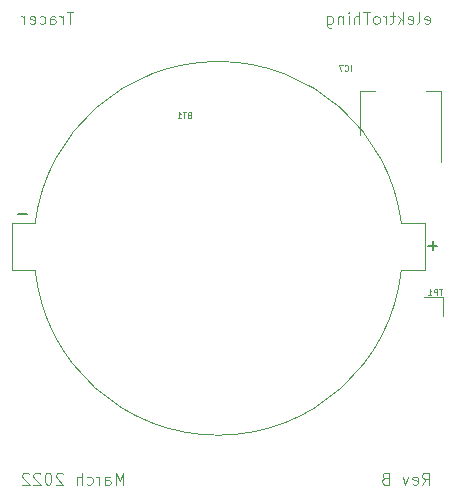
<source format=gbr>
%TF.GenerationSoftware,KiCad,Pcbnew,(6.0.0)*%
%TF.CreationDate,2022-03-24T17:20:39+00:00*%
%TF.ProjectId,Tracer,54726163-6572-42e6-9b69-6361645f7063,B*%
%TF.SameCoordinates,Original*%
%TF.FileFunction,Legend,Bot*%
%TF.FilePolarity,Positive*%
%FSLAX46Y46*%
G04 Gerber Fmt 4.6, Leading zero omitted, Abs format (unit mm)*
G04 Created by KiCad (PCBNEW (6.0.0)) date 2022-03-24 17:20:39*
%MOMM*%
%LPD*%
G01*
G04 APERTURE LIST*
%ADD10C,0.100000*%
%ADD11C,0.035000*%
%ADD12C,0.150000*%
%ADD13C,0.120000*%
G04 APERTURE END LIST*
D10*
X138826904Y-116452380D02*
X138826904Y-115452380D01*
X138493571Y-116166666D01*
X138160238Y-115452380D01*
X138160238Y-116452380D01*
X137255476Y-116452380D02*
X137255476Y-115928571D01*
X137303095Y-115833333D01*
X137398333Y-115785714D01*
X137588809Y-115785714D01*
X137684047Y-115833333D01*
X137255476Y-116404761D02*
X137350714Y-116452380D01*
X137588809Y-116452380D01*
X137684047Y-116404761D01*
X137731666Y-116309523D01*
X137731666Y-116214285D01*
X137684047Y-116119047D01*
X137588809Y-116071428D01*
X137350714Y-116071428D01*
X137255476Y-116023809D01*
X136779285Y-116452380D02*
X136779285Y-115785714D01*
X136779285Y-115976190D02*
X136731666Y-115880952D01*
X136684047Y-115833333D01*
X136588809Y-115785714D01*
X136493571Y-115785714D01*
X135731666Y-116404761D02*
X135826904Y-116452380D01*
X136017380Y-116452380D01*
X136112619Y-116404761D01*
X136160238Y-116357142D01*
X136207857Y-116261904D01*
X136207857Y-115976190D01*
X136160238Y-115880952D01*
X136112619Y-115833333D01*
X136017380Y-115785714D01*
X135826904Y-115785714D01*
X135731666Y-115833333D01*
X135303095Y-116452380D02*
X135303095Y-115452380D01*
X134874523Y-116452380D02*
X134874523Y-115928571D01*
X134922142Y-115833333D01*
X135017380Y-115785714D01*
X135160238Y-115785714D01*
X135255476Y-115833333D01*
X135303095Y-115880952D01*
X133684047Y-115547619D02*
X133636428Y-115500000D01*
X133541190Y-115452380D01*
X133303095Y-115452380D01*
X133207857Y-115500000D01*
X133160238Y-115547619D01*
X133112619Y-115642857D01*
X133112619Y-115738095D01*
X133160238Y-115880952D01*
X133731666Y-116452380D01*
X133112619Y-116452380D01*
X132493571Y-115452380D02*
X132398333Y-115452380D01*
X132303095Y-115500000D01*
X132255476Y-115547619D01*
X132207857Y-115642857D01*
X132160238Y-115833333D01*
X132160238Y-116071428D01*
X132207857Y-116261904D01*
X132255476Y-116357142D01*
X132303095Y-116404761D01*
X132398333Y-116452380D01*
X132493571Y-116452380D01*
X132588809Y-116404761D01*
X132636428Y-116357142D01*
X132684047Y-116261904D01*
X132731666Y-116071428D01*
X132731666Y-115833333D01*
X132684047Y-115642857D01*
X132636428Y-115547619D01*
X132588809Y-115500000D01*
X132493571Y-115452380D01*
X131779285Y-115547619D02*
X131731666Y-115500000D01*
X131636428Y-115452380D01*
X131398333Y-115452380D01*
X131303095Y-115500000D01*
X131255476Y-115547619D01*
X131207857Y-115642857D01*
X131207857Y-115738095D01*
X131255476Y-115880952D01*
X131826904Y-116452380D01*
X131207857Y-116452380D01*
X130826904Y-115547619D02*
X130779285Y-115500000D01*
X130684047Y-115452380D01*
X130445952Y-115452380D01*
X130350714Y-115500000D01*
X130303095Y-115547619D01*
X130255476Y-115642857D01*
X130255476Y-115738095D01*
X130303095Y-115880952D01*
X130874523Y-116452380D01*
X130255476Y-116452380D01*
X164125476Y-116452380D02*
X164458809Y-115976190D01*
X164696904Y-116452380D02*
X164696904Y-115452380D01*
X164315952Y-115452380D01*
X164220714Y-115500000D01*
X164173095Y-115547619D01*
X164125476Y-115642857D01*
X164125476Y-115785714D01*
X164173095Y-115880952D01*
X164220714Y-115928571D01*
X164315952Y-115976190D01*
X164696904Y-115976190D01*
X163315952Y-116404761D02*
X163411190Y-116452380D01*
X163601666Y-116452380D01*
X163696904Y-116404761D01*
X163744523Y-116309523D01*
X163744523Y-115928571D01*
X163696904Y-115833333D01*
X163601666Y-115785714D01*
X163411190Y-115785714D01*
X163315952Y-115833333D01*
X163268333Y-115928571D01*
X163268333Y-116023809D01*
X163744523Y-116119047D01*
X162935000Y-115785714D02*
X162696904Y-116452380D01*
X162458809Y-115785714D01*
X160982619Y-115928571D02*
X160839761Y-115976190D01*
X160792142Y-116023809D01*
X160744523Y-116119047D01*
X160744523Y-116261904D01*
X160792142Y-116357142D01*
X160839761Y-116404761D01*
X160935000Y-116452380D01*
X161315952Y-116452380D01*
X161315952Y-115452380D01*
X160982619Y-115452380D01*
X160887380Y-115500000D01*
X160839761Y-115547619D01*
X160792142Y-115642857D01*
X160792142Y-115738095D01*
X160839761Y-115833333D01*
X160887380Y-115880952D01*
X160982619Y-115928571D01*
X161315952Y-115928571D01*
X134588809Y-76452380D02*
X134017380Y-76452380D01*
X134303095Y-77452380D02*
X134303095Y-76452380D01*
X133684047Y-77452380D02*
X133684047Y-76785714D01*
X133684047Y-76976190D02*
X133636428Y-76880952D01*
X133588809Y-76833333D01*
X133493571Y-76785714D01*
X133398333Y-76785714D01*
X132636428Y-77452380D02*
X132636428Y-76928571D01*
X132684047Y-76833333D01*
X132779285Y-76785714D01*
X132969761Y-76785714D01*
X133065000Y-76833333D01*
X132636428Y-77404761D02*
X132731666Y-77452380D01*
X132969761Y-77452380D01*
X133065000Y-77404761D01*
X133112619Y-77309523D01*
X133112619Y-77214285D01*
X133065000Y-77119047D01*
X132969761Y-77071428D01*
X132731666Y-77071428D01*
X132636428Y-77023809D01*
X131731666Y-77404761D02*
X131826904Y-77452380D01*
X132017380Y-77452380D01*
X132112619Y-77404761D01*
X132160238Y-77357142D01*
X132207857Y-77261904D01*
X132207857Y-76976190D01*
X132160238Y-76880952D01*
X132112619Y-76833333D01*
X132017380Y-76785714D01*
X131826904Y-76785714D01*
X131731666Y-76833333D01*
X130922142Y-77404761D02*
X131017380Y-77452380D01*
X131207857Y-77452380D01*
X131303095Y-77404761D01*
X131350714Y-77309523D01*
X131350714Y-76928571D01*
X131303095Y-76833333D01*
X131207857Y-76785714D01*
X131017380Y-76785714D01*
X130922142Y-76833333D01*
X130874523Y-76928571D01*
X130874523Y-77023809D01*
X131350714Y-77119047D01*
X130445952Y-77452380D02*
X130445952Y-76785714D01*
X130445952Y-76976190D02*
X130398333Y-76880952D01*
X130350714Y-76833333D01*
X130255476Y-76785714D01*
X130160238Y-76785714D01*
X164315952Y-77404761D02*
X164411190Y-77452380D01*
X164601666Y-77452380D01*
X164696904Y-77404761D01*
X164744523Y-77309523D01*
X164744523Y-76928571D01*
X164696904Y-76833333D01*
X164601666Y-76785714D01*
X164411190Y-76785714D01*
X164315952Y-76833333D01*
X164268333Y-76928571D01*
X164268333Y-77023809D01*
X164744523Y-77119047D01*
X163696904Y-77452380D02*
X163792142Y-77404761D01*
X163839761Y-77309523D01*
X163839761Y-76452380D01*
X162935000Y-77404761D02*
X163030238Y-77452380D01*
X163220714Y-77452380D01*
X163315952Y-77404761D01*
X163363571Y-77309523D01*
X163363571Y-76928571D01*
X163315952Y-76833333D01*
X163220714Y-76785714D01*
X163030238Y-76785714D01*
X162935000Y-76833333D01*
X162887380Y-76928571D01*
X162887380Y-77023809D01*
X163363571Y-77119047D01*
X162458809Y-77452380D02*
X162458809Y-76452380D01*
X162363571Y-77071428D02*
X162077857Y-77452380D01*
X162077857Y-76785714D02*
X162458809Y-77166666D01*
X161792142Y-76785714D02*
X161411190Y-76785714D01*
X161649285Y-76452380D02*
X161649285Y-77309523D01*
X161601666Y-77404761D01*
X161506428Y-77452380D01*
X161411190Y-77452380D01*
X161077857Y-77452380D02*
X161077857Y-76785714D01*
X161077857Y-76976190D02*
X161030238Y-76880952D01*
X160982619Y-76833333D01*
X160887380Y-76785714D01*
X160792142Y-76785714D01*
X160315952Y-77452380D02*
X160411190Y-77404761D01*
X160458809Y-77357142D01*
X160506428Y-77261904D01*
X160506428Y-76976190D01*
X160458809Y-76880952D01*
X160411190Y-76833333D01*
X160315952Y-76785714D01*
X160173095Y-76785714D01*
X160077857Y-76833333D01*
X160030238Y-76880952D01*
X159982619Y-76976190D01*
X159982619Y-77261904D01*
X160030238Y-77357142D01*
X160077857Y-77404761D01*
X160173095Y-77452380D01*
X160315952Y-77452380D01*
X159696904Y-76452380D02*
X159125476Y-76452380D01*
X159411190Y-77452380D02*
X159411190Y-76452380D01*
X158792142Y-77452380D02*
X158792142Y-76452380D01*
X158363571Y-77452380D02*
X158363571Y-76928571D01*
X158411190Y-76833333D01*
X158506428Y-76785714D01*
X158649285Y-76785714D01*
X158744523Y-76833333D01*
X158792142Y-76880952D01*
X157887380Y-77452380D02*
X157887380Y-76785714D01*
X157887380Y-76452380D02*
X157935000Y-76500000D01*
X157887380Y-76547619D01*
X157839761Y-76500000D01*
X157887380Y-76452380D01*
X157887380Y-76547619D01*
X157411190Y-76785714D02*
X157411190Y-77452380D01*
X157411190Y-76880952D02*
X157363571Y-76833333D01*
X157268333Y-76785714D01*
X157125476Y-76785714D01*
X157030238Y-76833333D01*
X156982619Y-76928571D01*
X156982619Y-77452380D01*
X156077857Y-76785714D02*
X156077857Y-77595238D01*
X156125476Y-77690476D01*
X156173095Y-77738095D01*
X156268333Y-77785714D01*
X156411190Y-77785714D01*
X156506428Y-77738095D01*
X156077857Y-77404761D02*
X156173095Y-77452380D01*
X156363571Y-77452380D01*
X156458809Y-77404761D01*
X156506428Y-77357142D01*
X156554047Y-77261904D01*
X156554047Y-76976190D01*
X156506428Y-76880952D01*
X156458809Y-76833333D01*
X156363571Y-76785714D01*
X156173095Y-76785714D01*
X156077857Y-76833333D01*
D11*
%TO.C,IC7*%
X158088095Y-81426190D02*
X158088095Y-80926190D01*
X157564285Y-81378571D02*
X157588095Y-81402380D01*
X157659523Y-81426190D01*
X157707142Y-81426190D01*
X157778571Y-81402380D01*
X157826190Y-81354761D01*
X157850000Y-81307142D01*
X157873809Y-81211904D01*
X157873809Y-81140476D01*
X157850000Y-81045238D01*
X157826190Y-80997619D01*
X157778571Y-80950000D01*
X157707142Y-80926190D01*
X157659523Y-80926190D01*
X157588095Y-80950000D01*
X157564285Y-80973809D01*
X157397619Y-80926190D02*
X157064285Y-80926190D01*
X157278571Y-81426190D01*
%TO.C,TP1*%
X165830952Y-99926190D02*
X165545238Y-99926190D01*
X165688095Y-100426190D02*
X165688095Y-99926190D01*
X165378571Y-100426190D02*
X165378571Y-99926190D01*
X165188095Y-99926190D01*
X165140476Y-99950000D01*
X165116666Y-99973809D01*
X165092857Y-100021428D01*
X165092857Y-100092857D01*
X165116666Y-100140476D01*
X165140476Y-100164285D01*
X165188095Y-100188095D01*
X165378571Y-100188095D01*
X164616666Y-100426190D02*
X164902380Y-100426190D01*
X164759523Y-100426190D02*
X164759523Y-99926190D01*
X164807142Y-99997619D01*
X164854761Y-100045238D01*
X164902380Y-100069047D01*
%TO.C,BT1*%
X144392857Y-85164285D02*
X144321428Y-85188095D01*
X144297619Y-85211904D01*
X144273809Y-85259523D01*
X144273809Y-85330952D01*
X144297619Y-85378571D01*
X144321428Y-85402380D01*
X144369047Y-85426190D01*
X144559523Y-85426190D01*
X144559523Y-84926190D01*
X144392857Y-84926190D01*
X144345238Y-84950000D01*
X144321428Y-84973809D01*
X144297619Y-85021428D01*
X144297619Y-85069047D01*
X144321428Y-85116666D01*
X144345238Y-85140476D01*
X144392857Y-85164285D01*
X144559523Y-85164285D01*
X144130952Y-84926190D02*
X143845238Y-84926190D01*
X143988095Y-85426190D02*
X143988095Y-84926190D01*
X143416666Y-85426190D02*
X143702380Y-85426190D01*
X143559523Y-85426190D02*
X143559523Y-84926190D01*
X143607142Y-84997619D01*
X143654761Y-85045238D01*
X143702380Y-85069047D01*
D12*
X130680952Y-93571428D02*
X129919047Y-93571428D01*
X164619047Y-96228571D02*
X165380952Y-96228571D01*
X165000000Y-95847619D02*
X165000000Y-96609523D01*
D13*
%TO.C,IC7*%
X165710000Y-89100000D02*
X165710000Y-83090000D01*
X165710000Y-83090000D02*
X164450000Y-83090000D01*
X158890000Y-83090000D02*
X160150000Y-83090000D01*
X158890000Y-86850000D02*
X158890000Y-83090000D01*
%TO.C,TP1*%
X165900000Y-100600000D02*
X164300000Y-100600000D01*
X165900000Y-100600000D02*
X165900000Y-102200000D01*
%TO.C,BT1*%
X164350000Y-94300000D02*
X162350000Y-94300000D01*
X129350000Y-98300000D02*
X131350000Y-98300000D01*
X162350000Y-98300000D02*
X164350000Y-98300000D01*
X164350000Y-98300000D02*
X164350000Y-94300000D01*
X131350000Y-94300000D02*
X129350000Y-94300000D01*
X129350000Y-94300000D02*
X129350000Y-98300000D01*
X131350000Y-98300000D02*
G75*
G03*
X162350000Y-98300000I15500000J1612777D01*
G01*
X162350000Y-94300000D02*
G75*
G03*
X131350000Y-94300000I-15500000J-1953927D01*
G01*
%TD*%
M02*

</source>
